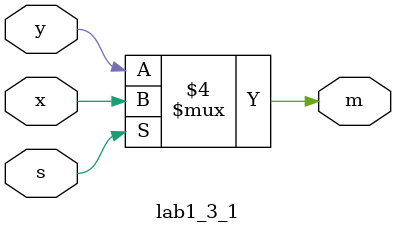
<source format=v>
`timescale 1ns / 1ps


module lab1_3_1(
    input x,
    input y,
    input s,
    output m
    );
    reg m; 
    always @ (x or y or s) 
    begin       
        if(s==0)              
            m=y;       
        else              
            m=x; 
    end  
endmodule

</source>
